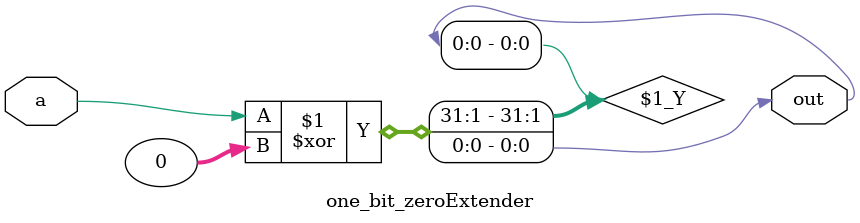
<source format=v>
module one_bit_zeroExtender(out,a);
    input a;
    output out;

    xor(out,a,0);

endmodule



</source>
